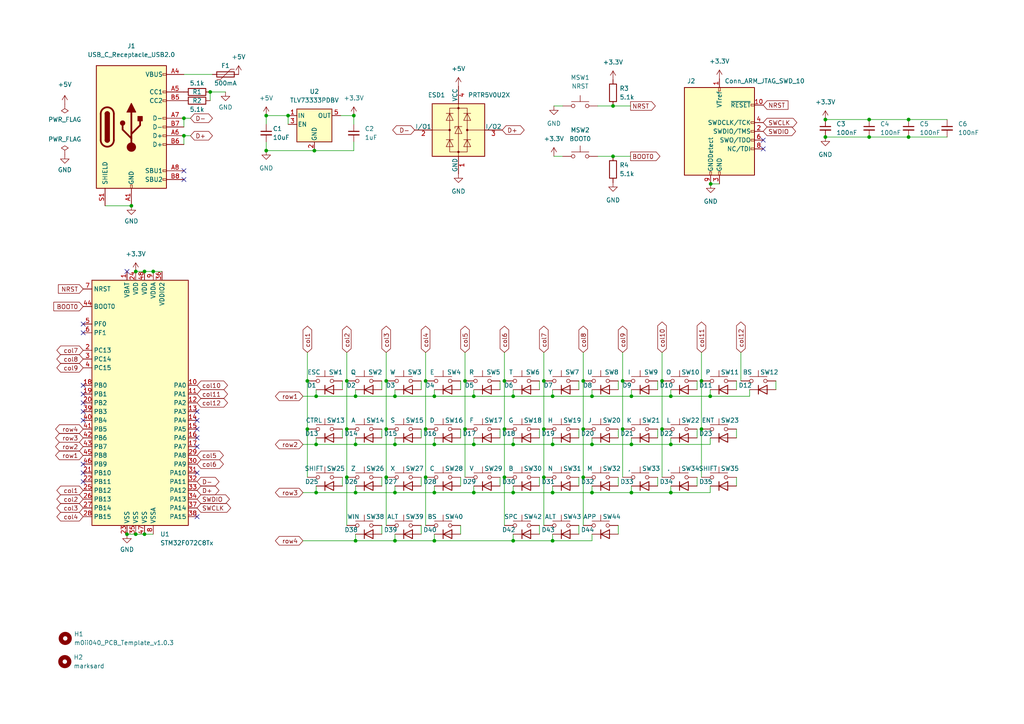
<source format=kicad_sch>
(kicad_sch (version 20211123) (generator eeschema)
  (paper "A4")
  (title_block (title "m0ii040_rs") (date "2023-03-04") (rev "1.0.1"))
  (junction (at 177.8 30.734))
  (junction (at 53.34 39.37))
  (junction (at 103.124 142.875))
  (junction (at 252.095 34.671))
  (junction (at 125.984 128.905))
  (junction (at 114.554 114.935))
  (junction (at 41.91 78.74))
  (junction (at 148.844 156.845))
  (junction (at 169.164 124.46))
  (junction (at 102.616 33.528))
  (junction (at 160.274 142.875))
  (junction (at 148.844 114.935))
  (junction (at 60.96 26.67))
  (junction (at 148.844 128.905))
  (junction (at 171.704 142.875))
  (junction (at 183.134 142.875))
  (junction (at 83.566 33.528))
  (junction (at 192.024 110.49))
  (junction (at 206.121 53.34))
  (junction (at 89.154 124.46))
  (junction (at 205.994 114.935))
  (junction (at 134.874 124.46))
  (junction (at 103.124 128.905))
  (junction (at 157.734 110.49))
  (junction (at 137.414 114.935))
  (junction (at 103.124 114.935))
  (junction (at 194.564 142.875))
  (junction (at 146.304 124.46))
  (junction (at 160.274 156.845))
  (junction (at 137.414 128.905))
  (junction (at 192.024 124.46))
  (junction (at 112.014 124.46))
  (junction (at 239.395 34.671))
  (junction (at 157.734 138.43))
  (junction (at 177.8 45.339))
  (junction (at 114.554 128.905))
  (junction (at 160.274 114.935))
  (junction (at 125.984 156.845))
  (junction (at 103.124 156.845))
  (junction (at 112.014 110.49))
  (junction (at 77.216 33.528))
  (junction (at 183.134 128.905))
  (junction (at 125.984 114.935))
  (junction (at 123.444 110.49))
  (junction (at 112.014 138.43))
  (junction (at 114.554 156.845))
  (junction (at 38.1 59.69))
  (junction (at 180.594 124.46))
  (junction (at 169.164 110.49))
  (junction (at 171.704 114.935))
  (junction (at 39.37 154.94))
  (junction (at 44.45 78.74))
  (junction (at 91.694 142.875))
  (junction (at 39.37 78.74))
  (junction (at 114.554 142.875))
  (junction (at 252.095 39.751))
  (junction (at 171.704 128.905))
  (junction (at 100.584 110.49))
  (junction (at 53.34 34.29))
  (junction (at 263.525 39.751))
  (junction (at 263.525 34.671))
  (junction (at 36.83 154.94))
  (junction (at 123.444 138.43))
  (junction (at 183.134 114.935))
  (junction (at 91.694 114.935))
  (junction (at 77.216 43.688))
  (junction (at 91.694 128.905))
  (junction (at 100.584 124.46))
  (junction (at 146.304 110.49))
  (junction (at 194.564 114.935))
  (junction (at 148.844 142.875))
  (junction (at 125.984 142.875))
  (junction (at 169.164 138.43))
  (junction (at 160.274 128.905))
  (junction (at 137.414 142.875))
  (junction (at 146.304 138.43))
  (junction (at 91.186 43.688))
  (junction (at 123.444 124.46))
  (junction (at 134.874 110.49))
  (junction (at 194.564 128.905))
  (junction (at 157.734 124.46))
  (junction (at 203.454 110.49))
  (junction (at 89.154 110.49))
  (junction (at 203.454 124.46))
  (junction (at 41.91 154.94))
  (junction (at 180.594 110.49))
  (junction (at 239.395 39.751))
  (junction (at 100.584 138.43))
  (no_connect (at 57.15 121.92))
  (no_connect (at 57.15 127))
  (no_connect (at 57.15 129.54))
  (no_connect (at 221.361 40.64))
  (no_connect (at 24.13 93.98))
  (no_connect (at 24.13 139.7))
  (no_connect (at 24.13 121.92))
  (no_connect (at 24.13 116.84))
  (no_connect (at 24.13 96.52))
  (no_connect (at 57.15 149.86))
  (no_connect (at 57.15 137.16))
  (no_connect (at 36.83 78.74))
  (no_connect (at 24.13 134.62))
  (no_connect (at 24.13 119.38))
  (no_connect (at 221.361 43.18))
  (no_connect (at 24.13 114.3))
  (no_connect (at 57.15 124.46))
  (no_connect (at 57.15 119.38))
  (no_connect (at 24.13 111.76))
  (no_connect (at 24.13 137.16))
  (no_connect (at 53.34 52.07))
  (no_connect (at 53.34 49.53))
  (wire (pts (xy 203.454 124.46) (xy 203.454 138.43)))
  (wire (pts (xy 145.034 138.43) (xy 145.034 140.97)))
  (wire (pts (xy 91.694 142.875) (xy 103.124 142.875)))
  (wire (pts (xy 205.994 114.935) (xy 217.424 114.935)))
  (wire (pts (xy 205.994 140.97) (xy 205.994 142.875)))
  (wire (pts (xy 87.884 142.875) (xy 91.694 142.875)))
  (wire (pts (xy 148.844 156.845) (xy 160.274 156.845)))
  (wire (pts (xy 134.874 124.46) (xy 134.874 138.43)))
  (wire (pts (xy 103.124 113.03) (xy 103.124 114.935)))
  (wire (pts (xy 134.874 102.235) (xy 134.874 110.49)))
  (wire (pts (xy 114.554 142.875) (xy 125.984 142.875)))
  (wire (pts (xy 148.844 154.94) (xy 148.844 156.845)))
  (wire (pts (xy 112.014 102.235) (xy 112.014 110.49)))
  (wire (pts (xy 171.704 114.935) (xy 183.134 114.935)))
  (wire (pts (xy 179.324 138.43) (xy 179.324 140.97)))
  (wire (pts (xy 87.884 114.935) (xy 91.694 114.935)))
  (wire (pts (xy 112.014 110.49) (xy 112.014 124.46)))
  (wire (pts (xy 157.734 124.46) (xy 157.734 138.43)))
  (wire (pts (xy 183.134 114.935) (xy 194.564 114.935)))
  (wire (pts (xy 123.444 124.46) (xy 123.444 138.43)))
  (wire (pts (xy 213.614 110.49) (xy 213.614 113.03)))
  (wire (pts (xy 213.614 138.43) (xy 213.614 140.97)))
  (wire (pts (xy 263.525 34.671) (xy 274.701 34.671)))
  (wire (pts (xy 100.584 138.43) (xy 100.584 152.4)))
  (wire (pts (xy 87.884 128.905) (xy 91.694 128.905)))
  (wire (pts (xy 110.744 138.43) (xy 110.744 140.97)))
  (wire (pts (xy 177.8 30.734) (xy 182.88 30.734)))
  (wire (pts (xy 77.216 36.068) (xy 77.216 33.528)))
  (wire (pts (xy 53.34 34.29) (xy 53.34 36.83)))
  (wire (pts (xy 123.444 138.43) (xy 123.444 152.4)))
  (wire (pts (xy 183.134 140.97) (xy 183.134 142.875)))
  (wire (pts (xy 99.314 138.43) (xy 99.314 140.97)))
  (wire (pts (xy 252.095 34.671) (xy 263.525 34.671)))
  (wire (pts (xy 205.994 127) (xy 205.994 128.905)))
  (wire (pts (xy 194.564 127) (xy 194.564 128.905)))
  (wire (pts (xy 41.91 154.94) (xy 44.45 154.94)))
  (wire (pts (xy 157.734 102.235) (xy 157.734 110.49)))
  (wire (pts (xy 167.894 110.49) (xy 167.894 113.03)))
  (wire (pts (xy 125.984 114.935) (xy 137.414 114.935)))
  (wire (pts (xy 103.124 127) (xy 103.124 128.905)))
  (wire (pts (xy 192.024 124.46) (xy 192.024 138.43)))
  (wire (pts (xy 125.984 128.905) (xy 137.414 128.905)))
  (wire (pts (xy 225.044 110.49) (xy 225.044 113.03)))
  (wire (pts (xy 91.694 127) (xy 91.694 128.905)))
  (wire (pts (xy 179.324 124.46) (xy 179.324 127)))
  (wire (pts (xy 156.464 110.49) (xy 156.464 113.03)))
  (wire (pts (xy 148.844 114.935) (xy 160.274 114.935)))
  (wire (pts (xy 122.174 138.43) (xy 122.174 140.97)))
  (wire (pts (xy 160.274 113.03) (xy 160.274 114.935)))
  (wire (pts (xy 103.124 140.97) (xy 103.124 142.875)))
  (wire (pts (xy 137.414 114.935) (xy 148.844 114.935)))
  (wire (pts (xy 180.594 110.49) (xy 180.594 124.46)))
  (wire (pts (xy 171.704 128.905) (xy 183.134 128.905)))
  (wire (pts (xy 171.704 142.875) (xy 183.134 142.875)))
  (wire (pts (xy 77.216 43.688) (xy 77.216 41.148)))
  (wire (pts (xy 137.414 140.97) (xy 137.414 142.875)))
  (wire (pts (xy 146.304 110.49) (xy 146.304 124.46)))
  (wire (pts (xy 202.184 110.49) (xy 202.184 113.03)))
  (wire (pts (xy 252.095 39.751) (xy 263.525 39.751)))
  (wire (pts (xy 89.154 110.49) (xy 89.154 124.46)))
  (wire (pts (xy 146.304 124.46) (xy 146.304 138.43)))
  (wire (pts (xy 169.164 110.49) (xy 169.164 124.46)))
  (wire (pts (xy 112.014 138.43) (xy 112.014 152.4)))
  (wire (pts (xy 157.734 138.43) (xy 157.734 152.4)))
  (wire (pts (xy 167.894 152.4) (xy 167.894 154.94)))
  (wire (pts (xy 137.414 142.875) (xy 148.844 142.875)))
  (wire (pts (xy 89.154 102.235) (xy 89.154 110.49)))
  (wire (pts (xy 102.616 41.148) (xy 102.616 43.688)))
  (wire (pts (xy 100.584 110.49) (xy 100.584 124.46)))
  (wire (pts (xy 194.564 128.905) (xy 205.994 128.905)))
  (wire (pts (xy 110.744 124.46) (xy 110.744 127)))
  (wire (pts (xy 98.806 33.528) (xy 102.616 33.528)))
  (wire (pts (xy 145.034 124.46) (xy 145.034 127)))
  (wire (pts (xy 83.566 33.528) (xy 83.566 36.068)))
  (wire (pts (xy 157.734 110.49) (xy 157.734 124.46)))
  (wire (pts (xy 177.8 45.339) (xy 182.88 45.339)))
  (wire (pts (xy 169.164 102.235) (xy 169.164 110.49)))
  (wire (pts (xy 173.355 30.734) (xy 177.8 30.734)))
  (wire (pts (xy 160.274 127) (xy 160.274 128.905)))
  (wire (pts (xy 190.754 138.43) (xy 190.754 140.97)))
  (wire (pts (xy 39.37 154.94) (xy 41.91 154.94)))
  (wire (pts (xy 217.424 113.03) (xy 217.424 114.935)))
  (wire (pts (xy 202.184 138.43) (xy 202.184 140.97)))
  (wire (pts (xy 77.216 33.528) (xy 83.566 33.528)))
  (wire (pts (xy 156.464 152.4) (xy 156.464 154.94)))
  (wire (pts (xy 53.34 39.37) (xy 55.245 39.37)))
  (wire (pts (xy 125.984 156.845) (xy 148.844 156.845)))
  (wire (pts (xy 160.655 45.339) (xy 163.195 45.339)))
  (wire (pts (xy 194.564 114.935) (xy 205.994 114.935)))
  (wire (pts (xy 133.604 152.4) (xy 133.604 154.94)))
  (wire (pts (xy 160.274 114.935) (xy 171.704 114.935)))
  (wire (pts (xy 114.554 127) (xy 114.554 128.905)))
  (wire (pts (xy 160.274 140.97) (xy 160.274 142.875)))
  (wire (pts (xy 103.124 114.935) (xy 114.554 114.935)))
  (wire (pts (xy 190.754 124.46) (xy 190.754 127)))
  (wire (pts (xy 263.525 39.751) (xy 274.701 39.751)))
  (wire (pts (xy 125.984 113.03) (xy 125.984 114.935)))
  (wire (pts (xy 103.124 154.94) (xy 103.124 156.845)))
  (wire (pts (xy 44.45 78.74) (xy 46.99 78.74)))
  (wire (pts (xy 203.454 102.235) (xy 203.454 110.49)))
  (wire (pts (xy 60.96 26.67) (xy 60.96 29.21)))
  (wire (pts (xy 192.024 102.235) (xy 192.024 110.49)))
  (wire (pts (xy 112.014 124.46) (xy 112.014 138.43)))
  (wire (pts (xy 103.124 128.905) (xy 114.554 128.905)))
  (wire (pts (xy 137.414 128.905) (xy 148.844 128.905)))
  (wire (pts (xy 171.704 140.97) (xy 171.704 142.875)))
  (wire (pts (xy 183.134 127) (xy 183.134 128.905)))
  (wire (pts (xy 60.96 26.67) (xy 65.405 26.67)))
  (wire (pts (xy 41.91 78.74) (xy 44.45 78.74)))
  (wire (pts (xy 148.844 128.905) (xy 160.274 128.905)))
  (wire (pts (xy 146.304 102.235) (xy 146.304 110.49)))
  (wire (pts (xy 99.314 124.46) (xy 99.314 127)))
  (wire (pts (xy 114.554 154.94) (xy 114.554 156.845)))
  (wire (pts (xy 156.464 124.46) (xy 156.464 127)))
  (wire (pts (xy 87.884 156.845) (xy 103.124 156.845)))
  (wire (pts (xy 99.314 110.49) (xy 99.314 113.03)))
  (wire (pts (xy 125.984 142.875) (xy 137.414 142.875)))
  (wire (pts (xy 133.604 110.49) (xy 133.604 113.03)))
  (wire (pts (xy 91.694 113.03) (xy 91.694 114.935)))
  (wire (pts (xy 194.564 142.875) (xy 205.994 142.875)))
  (wire (pts (xy 137.414 113.03) (xy 137.414 114.935)))
  (wire (pts (xy 53.34 21.59) (xy 61.595 21.59)))
  (wire (pts (xy 133.604 124.46) (xy 133.604 127)))
  (wire (pts (xy 183.134 113.03) (xy 183.134 114.935)))
  (wire (pts (xy 39.37 78.74) (xy 41.91 78.74)))
  (wire (pts (xy 110.744 110.49) (xy 110.744 113.03)))
  (wire (pts (xy 122.174 110.49) (xy 122.174 113.03)))
  (wire (pts (xy 214.884 102.235) (xy 214.884 110.49)))
  (wire (pts (xy 171.704 127) (xy 171.704 128.905)))
  (wire (pts (xy 100.584 124.46) (xy 100.584 138.43)))
  (wire (pts (xy 239.395 39.751) (xy 252.095 39.751)))
  (wire (pts (xy 213.614 124.46) (xy 213.614 127)))
  (wire (pts (xy 114.554 140.97) (xy 114.554 142.875)))
  (wire (pts (xy 145.034 110.49) (xy 145.034 113.03)))
  (wire (pts (xy 134.874 110.49) (xy 134.874 124.46)))
  (wire (pts (xy 156.464 138.43) (xy 156.464 140.97)))
  (wire (pts (xy 53.34 34.29) (xy 55.245 34.29)))
  (wire (pts (xy 171.704 113.03) (xy 171.704 114.935)))
  (wire (pts (xy 173.355 45.339) (xy 177.8 45.339)))
  (wire (pts (xy 123.444 110.49) (xy 123.444 124.46)))
  (wire (pts (xy 190.754 110.49) (xy 190.754 113.03)))
  (wire (pts (xy 202.184 124.46) (xy 202.184 127)))
  (wire (pts (xy 133.604 138.43) (xy 133.604 140.97)))
  (wire (pts (xy 180.594 102.235) (xy 180.594 110.49)))
  (wire (pts (xy 91.694 140.97) (xy 91.694 142.875)))
  (wire (pts (xy 77.216 43.688) (xy 91.186 43.688)))
  (wire (pts (xy 103.124 156.845) (xy 114.554 156.845)))
  (wire (pts (xy 100.584 102.235) (xy 100.584 110.49)))
  (wire (pts (xy 110.744 152.4) (xy 110.744 154.94)))
  (wire (pts (xy 194.564 140.97) (xy 194.564 142.875)))
  (wire (pts (xy 179.324 110.49) (xy 179.324 113.03)))
  (wire (pts (xy 160.274 156.845) (xy 171.704 156.845)))
  (wire (pts (xy 146.304 138.43) (xy 146.304 152.4)))
  (wire (pts (xy 183.134 128.905) (xy 194.564 128.905)))
  (wire (pts (xy 179.324 152.4) (xy 179.324 154.94)))
  (wire (pts (xy 183.134 142.875) (xy 194.564 142.875)))
  (wire (pts (xy 160.274 128.905) (xy 171.704 128.905)))
  (wire (pts (xy 167.894 124.46) (xy 167.894 127)))
  (wire (pts (xy 160.655 30.734) (xy 163.195 30.734)))
  (wire (pts (xy 160.274 154.94) (xy 160.274 156.845)))
  (wire (pts (xy 206.121 53.34) (xy 208.661 53.34)))
  (wire (pts (xy 89.154 124.46) (xy 89.154 138.43)))
  (wire (pts (xy 194.564 113.03) (xy 194.564 114.935)))
  (wire (pts (xy 148.844 142.875) (xy 160.274 142.875)))
  (wire (pts (xy 239.395 34.671) (xy 252.095 34.671)))
  (wire (pts (xy 148.844 140.97) (xy 148.844 142.875)))
  (wire (pts (xy 169.164 124.46) (xy 169.164 138.43)))
  (wire (pts (xy 114.554 128.905) (xy 125.984 128.905)))
  (wire (pts (xy 114.554 114.935) (xy 125.984 114.935)))
  (wire (pts (xy 123.444 102.235) (xy 123.444 110.49)))
  (wire (pts (xy 167.894 138.43) (xy 167.894 140.97)))
  (wire (pts (xy 169.164 138.43) (xy 169.164 152.4)))
  (wire (pts (xy 180.594 124.46) (xy 180.594 138.43)))
  (wire (pts (xy 114.554 156.845) (xy 125.984 156.845)))
  (wire (pts (xy 114.554 113.03) (xy 114.554 114.935)))
  (wire (pts (xy 53.34 39.37) (xy 53.34 41.91)))
  (wire (pts (xy 192.024 110.49) (xy 192.024 124.46)))
  (wire (pts (xy 160.274 142.875) (xy 171.704 142.875)))
  (wire (pts (xy 36.83 154.94) (xy 39.37 154.94)))
  (wire (pts (xy 122.174 124.46) (xy 122.174 127)))
  (wire (pts (xy 203.454 110.49) (xy 203.454 124.46)))
  (wire (pts (xy 30.48 59.69) (xy 38.1 59.69)))
  (wire (pts (xy 125.984 154.94) (xy 125.984 156.845)))
  (wire (pts (xy 148.844 127) (xy 148.844 128.905)))
  (wire (pts (xy 205.994 113.03) (xy 205.994 114.935)))
  (wire (pts (xy 125.984 127) (xy 125.984 128.905)))
  (wire (pts (xy 91.694 114.935) (xy 103.124 114.935)))
  (wire (pts (xy 137.414 127) (xy 137.414 128.905)))
  (wire (pts (xy 103.124 142.875) (xy 114.554 142.875)))
  (wire (pts (xy 148.844 113.03) (xy 148.844 114.935)))
  (wire (pts (xy 102.616 33.528) (xy 102.616 36.068)))
  (wire (pts (xy 91.694 128.905) (xy 103.124 128.905)))
  (wire (pts (xy 91.186 43.688) (xy 102.616 43.688)))
  (wire (pts (xy 122.174 152.4) (xy 122.174 154.94)))
  (wire (pts (xy 125.984 140.97) (xy 125.984 142.875)))
  (wire (pts (xy 171.704 154.94) (xy 171.704 156.845)))
  (global_label "col3" (shape bidirectional) (at 112.014 102.235 90) (property "Intersheet References" "${INTERSHEET_REFS}" (effects hide)))
  (global_label "NRST" (shape input) (at 221.361 30.48 0) (property "Intersheet References" "${INTERSHEET_REFS}" (effects hide)))
  (global_label "D-" (shape bidirectional) (at 55.245 34.29 0) (property "Intersheet References" "${INTERSHEET_REFS}" (effects hide)))
  (global_label "col11" (shape bidirectional) (at 203.454 102.235 90) (property "Intersheet References" "${INTERSHEET_REFS}" (effects hide)))
  (global_label "col4" (shape bidirectional) (at 24.13 149.86 180) (property "Intersheet References" "${INTERSHEET_REFS}" (effects hide)))
  (global_label "col5" (shape bidirectional) (at 134.874 102.235 90) (property "Intersheet References" "${INTERSHEET_REFS}" (effects hide)))
  (global_label "D+" (shape bidirectional) (at 55.245 39.37 0) (property "Intersheet References" "${INTERSHEET_REFS}" (effects hide)))
  (global_label "row2" (shape bidirectional) (at 87.884 128.905 180) (property "Intersheet References" "${INTERSHEET_REFS}" (effects hide)))
  (global_label "SWCLK" (shape bidirectional) (at 221.361 35.56 0) (property "Intersheet References" "${INTERSHEET_REFS}" (effects hide)))
  (global_label "NRST" (shape output) (at 182.88 30.734 0) (property "Intersheet References" "${INTERSHEET_REFS}" (effects hide)))
  (global_label "col10" (shape bidirectional) (at 57.15 111.76 0) (property "Intersheet References" "${INTERSHEET_REFS}" (effects hide)))
  (global_label "row2" (shape bidirectional) (at 24.13 129.54 180) (property "Intersheet References" "${INTERSHEET_REFS}" (effects hide)))
  (global_label "row4" (shape bidirectional) (at 87.884 156.845 180) (property "Intersheet References" "${INTERSHEET_REFS}" (effects hide)))
  (global_label "col2" (shape bidirectional) (at 100.584 102.235 90) (property "Intersheet References" "${INTERSHEET_REFS}" (effects hide)))
  (global_label "row4" (shape bidirectional) (at 24.13 124.46 180) (property "Intersheet References" "${INTERSHEET_REFS}" (effects hide)))
  (global_label "col8" (shape bidirectional) (at 24.13 104.14 180) (property "Intersheet References" "${INTERSHEET_REFS}" (effects hide)))
  (global_label "SWCLK" (shape bidirectional) (at 57.15 147.32 0) (property "Intersheet References" "${INTERSHEET_REFS}" (effects hide)))
  (global_label "NRST" (shape input) (at 24.13 83.82 180) (property "Intersheet References" "${INTERSHEET_REFS}" (effects hide)))
  (global_label "col4" (shape bidirectional) (at 123.444 102.235 90) (property "Intersheet References" "${INTERSHEET_REFS}" (effects hide)))
  (global_label "row3" (shape bidirectional) (at 24.13 127 180) (property "Intersheet References" "${INTERSHEET_REFS}" (effects hide)))
  (global_label "row3" (shape bidirectional) (at 87.884 142.875 180) (property "Intersheet References" "${INTERSHEET_REFS}" (effects hide)))
  (global_label "col5" (shape bidirectional) (at 57.15 132.08 0) (property "Intersheet References" "${INTERSHEET_REFS}" (effects hide)))
  (global_label "col12" (shape bidirectional) (at 57.15 116.84 0) (property "Intersheet References" "${INTERSHEET_REFS}" (effects hide)))
  (global_label "row1" (shape bidirectional) (at 24.13 132.08 180) (property "Intersheet References" "${INTERSHEET_REFS}" (effects hide)))
  (global_label "col7" (shape bidirectional) (at 157.734 102.235 90) (property "Intersheet References" "${INTERSHEET_REFS}" (effects hide)))
  (global_label "col9" (shape bidirectional) (at 24.13 106.68 180) (property "Intersheet References" "${INTERSHEET_REFS}" (effects hide)))
  (global_label "BOOT0" (shape input) (at 24.13 88.9 180) (property "Intersheet References" "${INTERSHEET_REFS}" (effects hide)))
  (global_label "BOOT0" (shape output) (at 182.88 45.339 0) (property "Intersheet References" "${INTERSHEET_REFS}" (effects hide)))
  (global_label "col11" (shape bidirectional) (at 57.15 114.3 0) (property "Intersheet References" "${INTERSHEET_REFS}" (effects hide)))
  (global_label "SWDIO" (shape bidirectional) (at 221.361 38.1 0) (property "Intersheet References" "${INTERSHEET_REFS}" (effects hide)))
  (global_label "D-" (shape bidirectional) (at 57.15 139.7 0) (property "Intersheet References" "${INTERSHEET_REFS}" (effects hide)))
  (global_label "D+" (shape bidirectional) (at 145.669 37.719 0) (property "Intersheet References" "${INTERSHEET_REFS}" (effects hide)))
  (global_label "row1" (shape bidirectional) (at 87.884 114.935 180) (property "Intersheet References" "${INTERSHEET_REFS}" (effects hide)))
  (global_label "col8" (shape bidirectional) (at 169.164 102.235 90) (property "Intersheet References" "${INTERSHEET_REFS}" (effects hide)))
  (global_label "col1" (shape bidirectional) (at 24.13 142.24 180) (property "Intersheet References" "${INTERSHEET_REFS}" (effects hide)))
  (global_label "col1" (shape bidirectional) (at 89.154 102.235 90) (property "Intersheet References" "${INTERSHEET_REFS}" (effects hide)))
  (global_label "col12" (shape bidirectional) (at 214.884 102.235 90) (property "Intersheet References" "${INTERSHEET_REFS}" (effects hide)))
  (global_label "col2" (shape bidirectional) (at 24.13 144.78 180) (property "Intersheet References" "${INTERSHEET_REFS}" (effects hide)))
  (global_label "col10" (shape bidirectional) (at 192.024 102.235 90) (property "Intersheet References" "${INTERSHEET_REFS}" (effects hide)))
  (global_label "col9" (shape bidirectional) (at 180.594 102.235 90) (property "Intersheet References" "${INTERSHEET_REFS}" (effects hide)))
  (global_label "col3" (shape bidirectional) (at 24.13 147.32 180) (property "Intersheet References" "${INTERSHEET_REFS}" (effects hide)))
  (global_label "col6" (shape bidirectional) (at 146.304 102.235 90) (property "Intersheet References" "${INTERSHEET_REFS}" (effects hide)))
  (global_label "D-" (shape bidirectional) (at 120.269 37.719 180) (property "Intersheet References" "${INTERSHEET_REFS}" (effects hide)))
  (global_label "D+" (shape bidirectional) (at 57.15 142.24 0) (property "Intersheet References" "${INTERSHEET_REFS}" (effects hide)))
  (global_label "col7" (shape bidirectional) (at 24.13 101.6 180) (property "Intersheet References" "${INTERSHEET_REFS}" (effects hide)))
  (global_label "SWDIO" (shape bidirectional) (at 57.15 144.78 0) (property "Intersheet References" "${INTERSHEET_REFS}" (effects hide)))
  (global_label "col6" (shape bidirectional) (at 57.15 134.62 0) (property "Intersheet References" "${INTERSHEET_REFS}" (effects hide)))
  (symbol (lib_id "Switch:SW_Push") (at 162.814 124.46 0) (unit 1)
    (property "Reference" "SW19" (at 165.989 121.92 0))
    (property "Value" "H" (at 159.639 121.92 0))
    (property "Footprint" "ai03.MX_Hotswap:MX-Hotswap-1U" (effects hide))
  )
  (symbol (lib_id "Switch:SW_Push") (at 151.384 138.43 0) (unit 1)
    (property "Reference" "SW30" (at 154.559 135.89 0))
    (property "Value" "B" (at 148.209 135.89 0))
    (property "Footprint" "ai03.MX_Hotswap:MX-Hotswap-1U" (effects hide))
  )
  (symbol (lib_id "Diode:1N4148W") (at 106.934 113.03 0) (unit 1)
    (property "Reference" "D2" (at 101.854 111.76 0))
    (property "Value" "D" (effects hide))
    (property "Footprint" "Diode_SMD:D_SOD-123" (effects hide))
    (property "Datasheet" "https://www.vishay.com/docs/85748/1n4148w.pdf" (effects hide))
    (property "LCSC" "C81598" (effects hide))
  )
  (symbol (lib_id "Diode:1N4148W") (at 198.374 127 0) (unit 1)
    (property "Reference" "D22" (at 193.294 125.73 0))
    (property "Value" "D" (effects hide))
    (property "Footprint" "Diode_SMD:D_SOD-123" (effects hide))
    (property "Datasheet" "https://www.vishay.com/docs/85748/1n4148w.pdf" (effects hide))
    (property "LCSC" "C81598" (effects hide))
  )
  (symbol (lib_id "Switch:SW_Push") (at 168.275 30.734 0) (unit 1)
    (property "Reference" "MSW1" (at 168.275 22.479 0))
    (property "Value" "NRST" (at 168.275 25.019 0))
    (property "Footprint" "Marksard_Keyboard:TVBP06-B043CB" (effects hide))
  )
  (symbol (lib_id "Switch:SW_Push") (at 208.534 138.43 0) (unit 1)
    (property "Reference" "SW35" (at 211.709 135.89 0))
    (property "Value" "SHIFT" (at 205.359 135.89 0))
    (property "Footprint" "ai03.MX_Hotswap:MX-Hotswap-1.25U" (effects hide))
  )
  (symbol (lib_id "Switch:SW_Push") (at 197.104 138.43 0) (unit 1)
    (property "Reference" "SW34" (at 200.279 135.89 0))
    (property "Value" "." (at 193.929 135.89 0))
    (property "Footprint" "ai03.MX_Hotswap:MX-Hotswap-1U" (effects hide))
  )
  (symbol (lib_id "Diode:1N4148W") (at 118.364 113.03 0) (unit 1)
    (property "Reference" "D3" (at 113.284 111.76 0))
    (property "Value" "D" (effects hide))
    (property "Footprint" "Diode_SMD:D_SOD-123" (effects hide))
    (property "Datasheet" "https://www.vishay.com/docs/85748/1n4148w.pdf" (effects hide))
    (property "LCSC" "C81598" (effects hide))
  )
  (symbol (lib_id "Diode:1N4148W") (at 164.084 127 0) (unit 1)
    (property "Reference" "D19" (at 159.004 125.73 0))
    (property "Value" "D" (effects hide))
    (property "Footprint" "Diode_SMD:D_SOD-123" (effects hide))
    (property "Datasheet" "https://www.vishay.com/docs/85748/1n4148w.pdf" (effects hide))
    (property "LCSC" "C81598" (effects hide))
  )
  (symbol (lib_id "power:GND") (at 132.969 50.419 0) (unit 1)
    (property "Reference" "#PWR012" (effects hide))
    (property "Value" "GND" (at 132.969 55.499 0))
  )
  (symbol (lib_id "Switch:SW_Push") (at 139.954 124.46 0) (unit 1)
    (property "Reference" "SW17" (at 143.129 121.92 0))
    (property "Value" "F" (at 136.779 121.92 0))
    (property "Footprint" "ai03.MX_Hotswap:MX-Hotswap-1U" (effects hide))
  )
  (symbol (lib_id "power:GND") (at 38.1 59.69 0) (unit 1)
    (property "Reference" "#PWR04" (effects hide))
    (property "Value" "GND" (at 38.1 64.135 0))
  )
  (symbol (lib_id "Switch:SW_Push") (at 128.524 110.49 0) (unit 1)
    (property "Reference" "SW4" (at 131.699 107.95 0))
    (property "Value" "E" (at 125.349 107.95 0))
    (property "Footprint" "ai03.MX_Hotswap:MX-Hotswap-1U" (effects hide))
  )
  (symbol (lib_id "Diode:1N4148W") (at 175.514 113.03 0) (unit 1)
    (property "Reference" "D8" (at 170.434 111.76 0))
    (property "Value" "D" (effects hide))
    (property "Footprint" "Diode_SMD:D_SOD-123" (effects hide))
    (property "Datasheet" "https://www.vishay.com/docs/85748/1n4148w.pdf" (effects hide))
    (property "LCSC" "C81598" (effects hide))
  )
  (symbol (lib_id "Diode:1N4148W") (at 129.794 113.03 0) (unit 1)
    (property "Reference" "D4" (at 124.714 111.76 0))
    (property "Value" "D" (effects hide))
    (property "Footprint" "Diode_SMD:D_SOD-123" (effects hide))
    (property "Datasheet" "https://www.vishay.com/docs/85748/1n4148w.pdf" (effects hide))
    (property "LCSC" "C81598" (effects hide))
  )
  (symbol (lib_id "Switch:SW_Push") (at 185.674 110.49 0) (unit 1)
    (property "Reference" "SW9" (at 188.849 107.95 0))
    (property "Value" "I" (at 182.499 107.95 0))
    (property "Footprint" "ai03.MX_Hotswap:MX-Hotswap-1U" (effects hide))
  )
  (symbol (lib_id "Switch:SW_Push") (at 117.094 152.4 0) (unit 1)
    (property "Reference" "SW39" (at 120.269 149.86 0))
    (property "Value" "ALT" (at 113.919 149.86 0))
    (property "Footprint" "ai03.MX_Hotswap:MX-Hotswap-1.25U" (effects hide))
  )
  (symbol (lib_id "Diode:1N4148W") (at 106.934 127 0) (unit 1)
    (property "Reference" "D14" (at 101.854 125.73 0))
    (property "Value" "D" (effects hide))
    (property "Footprint" "Diode_SMD:D_SOD-123" (effects hide))
    (property "Datasheet" "https://www.vishay.com/docs/85748/1n4148w.pdf" (effects hide))
    (property "LCSC" "C81598" (effects hide))
  )
  (symbol (lib_id "Diode:1N4148W") (at 141.224 140.97 0) (unit 1)
    (property "Reference" "D29" (at 136.144 139.7 0))
    (property "Value" "D" (effects hide))
    (property "Footprint" "Diode_SMD:D_SOD-123" (effects hide))
    (property "Datasheet" "https://www.vishay.com/docs/85748/1n4148w.pdf" (effects hide))
    (property "LCSC" "C81598" (effects hide))
  )
  (symbol (lib_id "Diode:1N4148W") (at 152.654 127 0) (unit 1)
    (property "Reference" "D18" (at 147.574 125.73 0))
    (property "Value" "D" (effects hide))
    (property "Footprint" "Diode_SMD:D_SOD-123" (effects hide))
    (property "Datasheet" "https://www.vishay.com/docs/85748/1n4148w.pdf" (effects hide))
    (property "LCSC" "C81598" (effects hide))
  )
  (symbol (lib_id "Regulator_Linear:TLV73333PDBV") (at 91.186 36.068 0) (unit 1)
    (property "Reference" "U2" (at 91.186 26.543 0))
    (property "Value" "TLV73333PDBV" (at 91.186 29.083 0))
    (property "Footprint" "Package_TO_SOT_SMD:SOT-23-5" (effects hide))
    (property "Datasheet" "http://www.ti.com/lit/ds/symlink/tlv733p.pdf" (effects hide))
    (property "LCSC" "C134139" (effects hide))
  )
  (symbol (lib_id "MCU_ST_STM32F0:STM32F072C8Tx") (at 41.91 116.84 0) (unit 1)
    (property "Reference" "U1" (at 46.4694 154.94 0) (effects (justify left)))
    (property "Value" "STM32F072C8Tx" (at 46.4694 157.48 0) (effects (justify left)))
    (property "Footprint" "Package_QFP:LQFP-48_7x7mm_P0.5mm" (effects hide))
    (property "Datasheet" "http://www.st.com/st-web-ui/static/active/en/resource/technical/document/datasheet/DM00090510.pdf" (effects hide))
    (property "LCSC" "C80488" (effects hide))
  )
  (symbol (lib_id "Switch:SW_Push") (at 174.244 152.4 0) (unit 1)
    (property "Reference" "SW44" (at 177.419 149.86 0))
    (property "Value" "APP" (at 171.069 149.86 0))
    (property "Footprint" "ai03.MX_Hotswap:MX-Hotswap-1U" (effects hide))
  )
  (symbol (lib_id "power:+3.3V") (at 102.616 33.528 0) (unit 1)
    (property "Reference" "#PWR010" (effects hide))
    (property "Value" "+3.3V" (at 102.616 28.448 0))
  )
  (symbol (lib_id "power:GND") (at 36.83 154.94 0) (unit 1)
    (property "Reference" "#PWR03" (effects hide))
    (property "Value" "GND" (at 36.83 159.385 0))
  )
  (symbol (lib_id "power:+3.3V") (at 160.655 45.339 0) (unit 1)
    (property "Reference" "#PWR014" (effects hide))
    (property "Value" "+3.3V" (at 160.655 40.259 0))
  )
  (symbol (lib_id "power:GND") (at 239.395 39.751 0) (unit 1)
    (property "Reference" "#PWR020" (effects hide))
    (property "Value" "GND" (at 239.395 44.831 0))
  )
  (symbol (lib_id "Device:R") (at 177.8 26.924 0) (unit 1)
    (property "Reference" "R3" (at 179.705 25.6539 0) (effects (justify left)))
    (property "Value" "5.1k" (at 179.705 28.1939 0) (effects (justify left)))
    (property "Footprint" "Resistor_SMD:R_0402_1005Metric" (effects hide))
  )
  (symbol (lib_id "Diode:1N4148W") (at 141.224 113.03 0) (unit 1)
    (property "Reference" "D5" (at 136.144 111.76 0))
    (property "Value" "D" (effects hide))
    (property "Footprint" "Diode_SMD:D_SOD-123" (effects hide))
    (property "Datasheet" "https://www.vishay.com/docs/85748/1n4148w.pdf" (effects hide))
    (property "LCSC" "C81598" (effects hide))
  )
  (symbol (lib_id "Diode:1N4148W") (at 209.804 127 0) (unit 1)
    (property "Reference" "D23" (at 204.724 125.73 0))
    (property "Value" "D" (effects hide))
    (property "Footprint" "Diode_SMD:D_SOD-123" (effects hide))
    (property "Datasheet" "https://www.vishay.com/docs/85748/1n4148w.pdf" (effects hide))
    (property "LCSC" "C81598" (effects hide))
  )
  (symbol (lib_id "Device:R") (at 57.15 29.21 90) (unit 1)
    (property "Reference" "R2" (at 57.15 29.21 90))
    (property "Value" "5.1k" (at 57.15 31.75 90))
    (property "Footprint" "Resistor_SMD:R_0603_1608Metric" (effects hide))
  )
  (symbol (lib_id "Diode:1N4148W") (at 186.944 140.97 0) (unit 1)
    (property "Reference" "D33" (at 181.864 139.7 0))
    (property "Value" "D" (effects hide))
    (property "Footprint" "Diode_SMD:D_SOD-123" (effects hide))
    (property "Datasheet" "https://www.vishay.com/docs/85748/1n4148w.pdf" (effects hide))
    (property "LCSC" "C81598" (effects hide))
  )
  (symbol (lib_id "Diode:1N4148W") (at 209.804 140.97 0) (unit 1)
    (property "Reference" "D35" (at 204.724 139.7 0))
    (property "Value" "D" (effects hide))
    (property "Footprint" "Diode_SMD:D_SOD-123" (effects hide))
    (property "Datasheet" "https://www.vishay.com/docs/85748/1n4148w.pdf" (effects hide))
    (property "LCSC" "C81598" (effects hide))
  )
  (symbol (lib_id "Switch:SW_Push") (at 185.674 138.43 0) (unit 1)
    (property "Reference" "SW33" (at 188.849 135.89 0))
    (property "Value" "," (at 182.499 135.89 0))
    (property "Footprint" "ai03.MX_Hotswap:MX-Hotswap-1U" (effects hide))
  )
  (symbol (lib_id "Diode:1N4148W") (at 164.084 113.03 0) (unit 1)
    (property "Reference" "D7" (at 159.004 111.76 0))
    (property "Value" "D" (effects hide))
    (property "Footprint" "Diode_SMD:D_SOD-123" (effects hide))
    (property "Datasheet" "https://www.vishay.com/docs/85748/1n4148w.pdf" (effects hide))
    (property "LCSC" "C81598" (effects hide))
  )
  (symbol (lib_id "Switch:SW_Push") (at 174.244 110.49 0) (unit 1)
    (property "Reference" "SW8" (at 177.419 107.95 0))
    (property "Value" "U" (at 171.069 107.95 0))
    (property "Footprint" "ai03.MX_Hotswap:MX-Hotswap-1U" (effects hide))
  )
  (symbol (lib_id "Diode:1N4148W") (at 209.804 113.03 0) (unit 1)
    (property "Reference" "D11" (at 204.724 111.76 0))
    (property "Value" "D" (effects hide))
    (property "Footprint" "Diode_SMD:D_SOD-123" (effects hide))
    (property "Datasheet" "https://www.vishay.com/docs/85748/1n4148w.pdf" (effects hide))
    (property "LCSC" "C81598" (effects hide))
  )
  (symbol (lib_id "Diode:1N4148W") (at 152.654 113.03 0) (unit 1)
    (property "Reference" "D6" (at 147.574 111.76 0))
    (property "Value" "D" (effects hide))
    (property "Footprint" "Diode_SMD:D_SOD-123" (effects hide))
    (property "Datasheet" "https://www.vishay.com/docs/85748/1n4148w.pdf" (effects hide))
    (property "LCSC" "C81598" (effects hide))
  )
  (symbol (lib_id "Switch:SW_Push") (at 117.094 110.49 0) (unit 1)
    (property "Reference" "SW3" (at 120.269 107.95 0))
    (property "Value" "W" (at 113.919 107.95 0))
    (property "Footprint" "ai03.MX_Hotswap:MX-Hotswap-1U" (effects hide))
  )
  (symbol (lib_id "Switch:SW_Push") (at 174.244 138.43 0) (unit 1)
    (property "Reference" "SW32" (at 177.419 135.89 0))
    (property "Value" "M" (at 171.069 135.89 0))
    (property "Footprint" "ai03.MX_Hotswap:MX-Hotswap-1U" (effects hide))
  )
  (symbol (lib_id "Switch:SW_Push") (at 168.275 45.339 0) (unit 1)
    (property "Reference" "MSW2" (at 168.275 37.719 0))
    (property "Value" "BOOT0" (at 168.275 40.259 0))
    (property "Footprint" "Marksard_Keyboard:TVBP06-B043CB" (effects hide))
  )
  (symbol (lib_id "Diode:1N4148W") (at 175.514 154.94 0) (unit 1)
    (property "Reference" "D44" (at 170.434 153.67 0))
    (property "Value" "D" (effects hide))
    (property "Footprint" "Diode_SMD:D_SOD-123" (effects hide))
    (property "Datasheet" "https://www.vishay.com/docs/85748/1n4148w.pdf" (effects hide))
    (property "LCSC" "C81598" (effects hide))
  )
  (symbol (lib_id "Mechanical:MountingHole") (at 18.923 185.166 0) (unit 1)
    (property "Reference" "H1" (at 21.463 183.8959 0) (effects (justify left)))
    (property "Value" "m0ii040_PCB_Template_v1.0.3" (at 21.463 186.4359 0) (effects (justify left)))
    (property "Footprint" "Marksard_Keyboard:m0ii040_PCB_Template_v1.0.3" (effects hide))
  )
  (symbol (lib_id "Diode:1N4148W") (at 175.514 127 0) (unit 1)
    (property "Reference" "D20" (at 170.434 125.73 0))
    (property "Value" "D" (effects hide))
    (property "Footprint" "Diode_SMD:D_SOD-123" (effects hide))
    (property "Datasheet" "https://www.vishay.com/docs/85748/1n4148w.pdf" (effects hide))
    (property "LCSC" "C81598" (effects hide))
  )
  (symbol (lib_id "Mechanical:MountingHole") (at 18.796 191.897 0) (unit 1)
    (property "Reference" "H2" (at 21.336 190.6269 0) (effects (justify left)))
    (property "Value" "marksard" (at 21.336 193.1669 0) (effects (justify left)))
    (property "Footprint" "Marksard_Keyboard:marksard_logo" (effects hide))
  )
  (symbol (lib_id "Diode:1N4148W") (at 129.794 127 0) (unit 1)
    (property "Reference" "D16" (at 124.714 125.73 0))
    (property "Value" "D" (effects hide))
    (property "Footprint" "Diode_SMD:D_SOD-123" (effects hide))
    (property "Datasheet" "https://www.vishay.com/docs/85748/1n4148w.pdf" (effects hide))
    (property "LCSC" "C81598" (effects hide))
  )
  (symbol (lib_id "Diode:1N4148W") (at 106.934 140.97 0) (unit 1)
    (property "Reference" "D26" (at 101.854 139.7 0))
    (property "Value" "D" (effects hide))
    (property "Footprint" "Diode_SMD:D_SOD-123" (effects hide))
    (property "Datasheet" "https://www.vishay.com/docs/85748/1n4148w.pdf" (effects hide))
    (property "LCSC" "C81598" (effects hide))
  )
  (symbol (lib_id "power:GND") (at 77.216 43.688 0) (unit 1)
    (property "Reference" "#PWR09" (effects hide))
    (property "Value" "GND" (at 77.216 48.768 0))
  )
  (symbol (lib_id "Diode:1N4148W") (at 129.794 154.94 0) (unit 1)
    (property "Reference" "D40" (at 124.714 153.67 0))
    (property "Value" "D" (effects hide))
    (property "Footprint" "Diode_SMD:D_SOD-123" (effects hide))
    (property "Datasheet" "https://www.vishay.com/docs/85748/1n4148w.pdf" (effects hide))
    (property "LCSC" "C81598" (effects hide))
  )
  (symbol (lib_id "Diode:1N4148W") (at 118.364 140.97 0) (unit 1)
    (property "Reference" "D27" (at 113.284 139.7 0))
    (property "Value" "D" (effects hide))
    (property "Footprint" "Diode_SMD:D_SOD-123" (effects hide))
    (property "Datasheet" "https://www.vishay.com/docs/85748/1n4148w.pdf" (effects hide))
    (property "LCSC" "C81598" (effects hide))
  )
  (symbol (lib_id "Connector:Conn_ARM_JTAG_SWD_10") (at 208.661 38.1 0) (unit 1)
    (property "Reference" "J2" (at 201.676 23.495 0) (effects (justify right)))
    (property "Value" "Conn_ARM_JTAG_SWD_10" (at 233.426 23.495 0) (effects (justify right)))
    (property "Footprint" "Connector_PinHeader_1.00mm:PinHeader_2x06_P1.00mm_Vertical" (effects hide))
    (property "Datasheet" "http://infocenter.arm.com/help/topic/com.arm.doc.ddi0314h/DDI0314H_coresight_components_trm.pdf" (effects hide))
  )
  (symbol (lib_id "power:+5V") (at 77.216 33.528 0) (unit 1)
    (property "Reference" "#PWR08" (effects hide))
    (property "Value" "+5V" (at 77.216 28.448 0))
  )
  (symbol (lib_id "Switch:SW_Push") (at 208.534 124.46 0) (unit 1)
    (property "Reference" "SW23" (at 211.709 121.92 0))
    (property "Value" "ENT" (at 205.359 121.92 0))
    (property "Footprint" "ai03.MX_Hotswap:MX-Hotswap-1.75U" (effects hide))
  )
  (symbol (lib_id "Diode:1N4148W") (at 152.654 140.97 0) (unit 1)
    (property "Reference" "D30" (at 147.574 139.7 0))
    (property "Value" "D" (effects hide))
    (property "Footprint" "Diode_SMD:D_SOD-123" (effects hide))
    (property "Datasheet" "https://www.vishay.com/docs/85748/1n4148w.pdf" (effects hide))
    (property "LCSC" "C81598" (effects hide))
  )
  (symbol (lib_id "Switch:SW_Push") (at 94.234 138.43 0) (unit 1)
    (property "Reference" "SW25" (at 97.409 135.89 0))
    (property "Value" "SHIFT" (at 91.059 135.89 0))
    (property "Footprint" "ai03.MX_Hotswap:MX-Hotswap-1.75U" (effects hide))
  )
  (symbol (lib_id "Switch:SW_Push") (at 128.524 124.46 0) (unit 1)
    (property "Reference" "SW16" (at 131.699 121.92 0))
    (property "Value" "D" (at 125.349 121.92 0))
    (property "Footprint" "ai03.MX_Hotswap:MX-Hotswap-1U" (effects hide))
  )
  (symbol (lib_id "Switch:SW_Push") (at 151.384 152.4 0) (unit 1)
    (property "Reference" "SW42" (at 154.559 149.86 0))
    (property "Value" "SPC" (at 148.209 149.86 0))
    (property "Footprint" "ai03.MX_Hotswap:MX-Hotswap-2.25U" (effects hide))
  )
  (symbol (lib_id "Diode:1N4148W") (at 106.934 154.94 0) (unit 1)
    (property "Reference" "D38" (at 101.854 153.67 0))
    (property "Value" "D" (effects hide))
    (property "Footprint" "Diode_SMD:D_SOD-123" (effects hide))
    (property "Datasheet" "https://www.vishay.com/docs/85748/1n4148w.pdf" (effects hide))
    (property "LCSC" "C81598" (effects hide))
  )
  (symbol (lib_id "power:GND") (at 18.796 44.831 0) (unit 1)
    (property "Reference" "#PWR02" (effects hide))
    (property "Value" "GND" (at 18.796 49.276 0))
  )
  (symbol (lib_id "power:+3.3V") (at 239.395 34.671 0) (unit 1)
    (property "Reference" "#PWR019" (effects hide))
    (property "Value" "+3.3V" (at 239.395 29.591 0))
  )
  (symbol (lib_id "Switch:SW_Push") (at 105.664 138.43 0) (unit 1)
    (property "Reference" "SW26" (at 108.839 135.89 0))
    (property "Value" "Z" (at 102.489 135.89 0))
    (property "Footprint" "ai03.MX_Hotswap:MX-Hotswap-1U" (effects hide))
  )
  (symbol (lib_id "Switch:SW_Push") (at 162.814 110.49 0) (unit 1)
    (property "Reference" "SW7" (at 165.989 107.95 0))
    (property "Value" "Y" (at 159.639 107.95 0))
    (property "Footprint" "ai03.MX_Hotswap:MX-Hotswap-1U" (effects hide))
  )
  (symbol (lib_id "power:GND") (at 177.8 52.959 0) (unit 1)
    (property "Reference" "#PWR016" (effects hide))
    (property "Value" "GND" (at 177.8 58.039 0))
  )
  (symbol (lib_id "Switch:SW_Push") (at 162.814 152.4 0) (unit 1)
    (property "Reference" "SW43" (at 165.989 149.86 0))
    (property "Value" "ALT" (at 159.639 149.86 0))
    (property "Footprint" "ai03.MX_Hotswap:MX-Hotswap-1.25U" (effects hide))
  )
  (symbol (lib_id "power:+3.3V") (at 177.8 23.114 0) (unit 1)
    (property "Reference" "#PWR015" (effects hide))
    (property "Value" "+3.3V" (at 177.8 18.034 0))
  )
  (symbol (lib_id "power:+5V") (at 18.796 30.226 0) (unit 1)
    (property "Reference" "#PWR01" (effects hide))
    (property "Value" "+5V" (at 18.796 24.511 0))
  )
  (symbol (lib_id "power:+3.3V") (at 39.37 78.74 0) (unit 1)
    (property "Reference" "#PWR05" (effects hide))
    (property "Value" "+3.3V" (at 39.37 73.66 0))
  )
  (symbol (lib_id "Diode:1N4148W") (at 95.504 127 0) (unit 1)
    (property "Reference" "D13" (at 90.424 125.73 0))
    (property "Value" "D" (effects hide))
    (property "Footprint" "Diode_SMD:D_SOD-123" (effects hide))
    (property "Datasheet" "https://www.vishay.com/docs/85748/1n4148w.pdf" (effects hide))
    (property "LCSC" "C81598" (effects hide))
  )
  (symbol (lib_id "Power_Protection:PRTR5V0U2X") (at 132.969 37.719 0) (unit 1)
    (property "Reference" "ESD1" (at 126.619 27.559 0))
    (property "Value" "PRTR5V0U2X" (at 141.859 27.559 0))
    (property "Footprint" "Package_TO_SOT_SMD:SOT-143" (effects hide))
    (property "Datasheet" "https://assets.nexperia.com/documents/data-sheet/PRTR5V0U2X.pdf" (effects hide))
    (property "LCSC" "C12333" (effects hide))
  )
  (symbol (lib_id "Diode:1N4148W") (at 164.084 154.94 0) (unit 1)
    (property "Reference" "D43" (at 159.004 153.67 0))
    (property "Value" "D" (effects hide))
    (property "Footprint" "Diode_SMD:D_SOD-123" (effects hide))
    (property "Datasheet" "https://www.vishay.com/docs/85748/1n4148w.pdf" (effects hide))
    (property "LCSC" "C81598" (effects hide))
  )
  (symbol (lib_id "Diode:1N4148W") (at 95.504 140.97 0) (unit 1)
    (property "Reference" "D25" (at 90.424 139.7 0))
    (property "Value" "D" (effects hide))
    (property "Footprint" "Diode_SMD:D_SOD-123" (effects hide))
    (property "Datasheet" "https://www.vishay.com/docs/85748/1n4148w.pdf" (effects hide))
    (property "LCSC" "C81598" (effects hide))
  )
  (symbol (lib_id "Device:C_Small") (at 274.701 37.211 0) (unit 1)
    (property "Reference" "C6" (at 277.876 35.9472 0) (effects (justify left)))
    (property "Value" "100nF" (at 277.876 38.4872 0) (effects (justify left)))
    (property "Footprint" "Capacitor_SMD:C_0402_1005Metric" (effects hide))
  )
  (symbol (lib_id "power:+5V") (at 132.969 25.019 0) (unit 1)
    (property "Reference" "#PWR011" (effects hide))
    (property "Value" "+5V" (at 132.969 19.939 0))
  )
  (symbol (lib_id "power:PWR_FLAG") (at 18.796 44.831 0) (unit 1)
    (property "Reference" "#FLG02" (effects hide))
    (property "Value" "PWR_FLAG" (at 18.796 40.386 0))
  )
  (symbol (lib_id "power:+3.3V") (at 208.661 22.86 0) (unit 1)
    (property "Reference" "#PWR018" (effects hide))
    (property "Value" "+3.3V" (at 208.661 17.78 0))
  )
  (symbol (lib_id "Switch:SW_Push") (at 219.964 110.49 0) (unit 1)
    (property "Reference" "SW12" (at 223.139 107.95 0))
    (property "Value" "BS" (at 216.789 107.95 0))
    (property "Footprint" "ai03.MX_Hotswap:MX-Hotswap-1U" (effects hide))
  )
  (symbol (lib_id "Switch:SW_Push") (at 128.524 138.43 0) (unit 1)
    (property "Reference" "SW28" (at 131.699 135.89 0))
    (property "Value" "C" (at 125.349 135.89 0))
    (property "Footprint" "ai03.MX_Hotswap:MX-Hotswap-1U" (effects hide))
  )
  (symbol (lib_id "Diode:1N4148W") (at 129.794 140.97 0) (unit 1)
    (property "Reference" "D28" (at 124.714 139.7 0))
    (property "Value" "D" (effects hide))
    (property "Footprint" "Diode_SMD:D_SOD-123" (effects hide))
    (property "Datasheet" "https://www.vishay.com/docs/85748/1n4148w.pdf" (effects hide))
    (property "LCSC" "C81598" (effects hide))
  )
  (symbol (lib_id "Device:R") (at 57.15 26.67 90) (unit 1)
    (property "Reference" "R1" (at 57.15 26.67 90))
    (property "Value" "5.1k" (at 57.15 24.13 90))
    (property "Footprint" "Resistor_SMD:R_0603_1608Metric" (effects hide))
  )
  (symbol (lib_id "Switch:SW_Push") (at 105.664 110.49 0) (unit 1)
    (property "Reference" "SW2" (at 108.839 107.95 0))
    (property "Value" "Q" (at 102.489 107.95 0))
    (property "Footprint" "ai03.MX_Hotswap:MX-Hotswap-1U" (effects hide))
  )
  (symbol (lib_id "Diode:1N4148W") (at 186.944 113.03 0) (unit 1)
    (property "Reference" "D9" (at 181.864 111.76 0))
    (property "Value" "D" (effects hide))
    (property "Footprint" "Diode_SMD:D_SOD-123" (effects hide))
    (property "Datasheet" "https://www.vishay.com/docs/85748/1n4148w.pdf" (effects hide))
    (property "LCSC" "C81598" (effects hide))
  )
  (symbol (lib_id "Diode:1N4148W") (at 95.504 113.03 0) (unit 1)
    (property "Reference" "D1" (at 90.424 111.76 0))
    (property "Value" "D" (effects hide))
    (property "Footprint" "Diode_SMD:D_SOD-123" (effects hide))
    (property "Datasheet" "https://www.vishay.com/docs/85748/1n4148w.pdf" (effects hide))
    (property "LCSC" "C81598" (effects hide))
  )
  (symbol (lib_id "Switch:SW_Push") (at 94.234 124.46 0) (unit 1)
    (property "Reference" "SW13" (at 97.409 121.92 0))
    (property "Value" "CTRL" (at 91.059 121.92 0))
    (property "Footprint" "ai03.MX_Hotswap:MX-Hotswap-1.25U" (effects hide))
  )
  (symbol (lib_id "Switch:SW_Push") (at 139.954 110.49 0) (unit 1)
    (property "Reference" "SW5" (at 143.129 107.95 0))
    (property "Value" "R" (at 136.779 107.95 0))
    (property "Footprint" "ai03.MX_Hotswap:MX-Hotswap-1U" (effects hide))
  )
  (symbol (lib_id "Device:C_Small") (at 263.525 37.211 0) (unit 1)
    (property "Reference" "C5" (at 266.7 35.9472 0) (effects (justify left)))
    (property "Value" "100nF" (at 266.7 38.4872 0) (effects (justify left)))
    (property "Footprint" "Capacitor_SMD:C_0402_1005Metric" (effects hide))
  )
  (symbol (lib_id "Switch:SW_Push") (at 139.954 138.43 0) (unit 1)
    (property "Reference" "SW29" (at 143.129 135.89 0))
    (property "Value" "V" (at 136.779 135.89 0))
    (property "Footprint" "ai03.MX_Hotswap:MX-Hotswap-1U" (effects hide))
  )
  (symbol (lib_id "Diode:1N4148W") (at 152.654 154.94 0) (unit 1)
    (property "Reference" "D42" (at 147.574 153.67 0))
    (property "Value" "D" (effects hide))
    (property "Footprint" "Diode_SMD:D_SOD-123" (effects hide))
    (property "Datasheet" "https://www.vishay.com/docs/85748/1n4148w.pdf" (effects hide))
    (property "LCSC" "C81598" (effects hide))
  )
  (symbol (lib_id "Switch:SW_Push") (at 105.664 124.46 0) (unit 1)
    (property "Reference" "SW14" (at 108.839 121.92 0))
    (property "Value" "A" (at 102.489 121.92 0))
    (property "Footprint" "ai03.MX_Hotswap:MX-Hotswap-1U" (effects hide))
  )
  (symbol (lib_id "Diode:1N4148W") (at 118.364 154.94 0) (unit 1)
    (property "Reference" "D39" (at 113.284 153.67 0))
    (property "Value" "D" (effects hide))
    (property "Footprint" "Diode_SMD:D_SOD-123" (effects hide))
    (property "Datasheet" "https://www.vishay.com/docs/85748/1n4148w.pdf" (effects hide))
    (property "LCSC" "C81598" (effects hide))
  )
  (symbol (lib_id "Diode:1N4148W") (at 164.084 140.97 0) (unit 1)
    (property "Reference" "D31" (at 159.004 139.7 0))
    (property "Value" "D" (effects hide))
    (property "Footprint" "Diode_SMD:D_SOD-123" (effects hide))
    (property "Datasheet" "https://www.vishay.com/docs/85748/1n4148w.pdf" (effects hide))
    (property "LCSC" "C81598" (effects hide))
  )
  (symbol (lib_id "Device:C_Small") (at 252.095 37.211 0) (unit 1)
    (property "Reference" "C4" (at 255.27 35.9472 0) (effects (justify left)))
    (property "Value" "100nF" (at 255.27 38.4872 0) (effects (justify left)))
    (property "Footprint" "Capacitor_SMD:C_0402_1005Metric" (effects hide))
  )
  (symbol (lib_id "Switch:SW_Push") (at 185.674 124.46 0) (unit 1)
    (property "Reference" "SW21" (at 188.849 121.92 0))
    (property "Value" "K" (at 182.499 121.92 0))
    (property "Footprint" "ai03.MX_Hotswap:MX-Hotswap-1U" (effects hide))
  )
  (symbol (lib_id "Switch:SW_Push") (at 197.104 124.46 0) (unit 1)
    (property "Reference" "SW22" (at 200.279 121.92 0))
    (property "Value" "L" (at 193.929 121.92 0))
    (property "Footprint" "ai03.MX_Hotswap:MX-Hotswap-1U" (effects hide))
  )
  (symbol (lib_id "Diode:1N4148W") (at 221.234 113.03 0) (unit 1)
    (property "Reference" "D12" (at 216.154 111.76 0))
    (property "Value" "D" (effects hide))
    (property "Footprint" "Diode_SMD:D_SOD-123" (effects hide))
    (property "Datasheet" "https://www.vishay.com/docs/85748/1n4148w.pdf" (effects hide))
    (property "LCSC" "C81598" (effects hide))
  )
  (symbol (lib_id "Switch:SW_Push") (at 208.534 110.49 0) (unit 1)
    (property "Reference" "SW11" (at 211.709 107.95 0))
    (property "Value" "P" (at 205.359 107.95 0))
    (property "Footprint" "ai03.MX_Hotswap:MX-Hotswap-1U" (effects hide))
  )
  (symbol (lib_id "Switch:SW_Push") (at 174.244 124.46 0) (unit 1)
    (property "Reference" "SW20" (at 177.419 121.92 0))
    (property "Value" "J" (at 171.069 121.92 0))
    (property "Footprint" "ai03.MX_Hotswap:MX-Hotswap-1U" (effects hide))
  )
  (symbol (lib_id "Diode:1N4148W") (at 198.374 140.97 0) (unit 1)
    (property "Reference" "D34" (at 193.294 139.7 0))
    (property "Value" "D" (effects hide))
    (property "Footprint" "Diode_SMD:D_SOD-123" (effects hide))
    (property "Datasheet" "https://www.vishay.com/docs/85748/1n4148w.pdf" (effects hide))
    (property "LCSC" "C81598" (effects hide))
  )
  (symbol (lib_id "Switch:SW_Push") (at 128.524 152.4 0) (unit 1)
    (property "Reference" "SW40" (at 131.699 149.86 0))
    (property "Value" "BS" (at 125.349 149.86 0))
    (property "Footprint" "ai03.MX_Hotswap:MX-Hotswap-2.75U" (effects hide))
  )
  (symbol (lib_id "power:+5V") (at 69.215 21.59 0) (unit 1)
    (property "Reference" "#PWR07" (effects hide))
    (property "Value" "+5V" (at 69.215 16.51 0))
  )
  (symbol (lib_id "Switch:SW_Push") (at 151.384 124.46 0) (unit 1)
    (property "Reference" "SW18" (at 154.559 121.92 0))
    (property "Value" "G" (at 148.209 121.92 0))
    (property "Footprint" "ai03.MX_Hotswap:MX-Hotswap-1U" (effects hide))
  )
  (symbol (lib_id "Diode:1N4148W") (at 118.364 127 0) (unit 1)
    (property "Reference" "D15" (at 113.284 125.73 0))
    (property "Value" "D" (effects hide))
    (property "Footprint" "Diode_SMD:D_SOD-123" (effects hide))
    (property "Datasheet" "https://www.vishay.com/docs/85748/1n4148w.pdf" (effects hide))
    (property "LCSC" "C81598" (effects hide))
  )
  (symbol (lib_id "Switch:SW_Push") (at 117.094 138.43 0) (unit 1)
    (property "Reference" "SW27" (at 120.269 135.89 0))
    (property "Value" "X" (at 113.919 135.89 0))
    (property "Footprint" "ai03.MX_Hotswap:MX-Hotswap-1U" (effects hide))
  )
  (symbol (lib_id "Switch:SW_Push") (at 162.814 138.43 0) (unit 1)
    (property "Reference" "SW31" (at 165.989 135.89 0))
    (property "Value" "N" (at 159.639 135.89 0))
    (property "Footprint" "ai03.MX_Hotswap:MX-Hotswap-1U" (effects hide))
  )
  (symbol (lib_id "Device:C_Small") (at 77.216 38.608 0) (unit 1)
    (property "Reference" "C1" (at 79.121 37.338 0) (effects (justify left)))
    (property "Value" "10uF" (at 79.121 39.878 0) (effects (justify left)))
    (property "Footprint" "Capacitor_SMD:C_0603_1608Metric" (effects hide))
  )
  (symbol (lib_id "power:GND") (at 160.655 30.734 0) (unit 1)
    (property "Reference" "#PWR013" (effects hide))
    (property "Value" "GND" (at 160.655 35.814 0))
  )
  (symbol (lib_id "Switch:SW_Push") (at 105.664 152.4 0) (unit 1)
    (property "Reference" "SW38" (at 108.839 149.86 0))
    (property "Value" "WIN" (at 102.489 149.86 0))
    (property "Footprint" "ai03.MX_Hotswap:MX-Hotswap-1U" (effects hide))
  )
  (symbol (lib_id "power:GND") (at 65.405 26.67 0) (unit 1)
    (property "Reference" "#PWR06" (effects hide))
    (property "Value" "GND" (at 65.405 31.115 0))
  )
  (symbol (lib_id "Switch:SW_Push") (at 94.234 110.49 0) (unit 1)
    (property "Reference" "SW1" (at 97.409 107.95 0))
    (property "Value" "ESC" (at 91.059 107.95 0))
    (property "Footprint" "ai03.MX_Hotswap:MX-Hotswap-1U" (effects hide))
  )
  (symbol (lib_id "Device:R") (at 177.8 49.149 0) (unit 1)
    (property "Reference" "R4" (at 179.705 47.8789 0) (effects (justify left)))
    (property "Value" "5.1k" (at 179.705 50.4189 0) (effects (justify left)))
    (property "Footprint" "Resistor_SMD:R_0402_1005Metric" (effects hide))
  )
  (symbol (lib_id "Diode:1N4148W") (at 198.374 113.03 0) (unit 1)
    (property "Reference" "D10" (at 193.294 111.76 0))
    (property "Value" "D" (effects hide))
    (property "Footprint" "Diode_SMD:D_SOD-123" (effects hide))
    (property "Datasheet" "https://www.vishay.com/docs/85748/1n4148w.pdf" (effects hide))
    (property "LCSC" "C81598" (effects hide))
  )
  (symbol (lib_id "Switch:SW_Push") (at 151.384 110.49 0) (unit 1)
    (property "Reference" "SW6" (at 154.559 107.95 0))
    (property "Value" "T" (at 148.209 107.95 0))
    (property "Footprint" "ai03.MX_Hotswap:MX-Hotswap-1U" (effects hide))
  )
  (symbol (lib_id "Switch:SW_Push") (at 197.104 110.49 0) (unit 1)
    (property "Reference" "SW10" (at 200.279 107.95 0))
    (property "Value" "O" (at 193.929 107.95 0))
    (property "Footprint" "ai03.MX_Hotswap:MX-Hotswap-1U" (effects hide))
  )
  (symbol (lib_id "Switch:SW_Push") (at 117.094 124.46 0) (unit 1)
    (property "Reference" "SW15" (at 120.269 121.92 0))
    (property "Value" "S" (at 113.919 121.92 0))
    (property "Footprint" "ai03.MX_Hotswap:MX-Hotswap-1U" (effects hide))
  )
  (symbol (lib_id "Connector:USB_C_Receptacle_USB2.0") (at 38.1 36.83 0) (unit 1)
    (property "Reference" "J1" (at 38.1 13.335 0))
    (property "Value" "USB_C_Receptacle_USB2.0" (at 38.1 15.875 0))
    (property "Footprint" "Marksard_Keyboard:HRO-TYPE-C-31-M-12-Assembly" (effects hide))
    (property "Datasheet" "https://www.usb.org/sites/default/files/documents/usb_type-c.zip" (effects hide))
    (property "LCSC" "C165948" (effects hide))
  )
  (symbol (lib_id "Diode:1N4148W") (at 186.944 127 0) (unit 1)
    (property "Reference" "D21" (at 181.864 125.73 0))
    (property "Value" "D" (effects hide))
    (property "Footprint" "Diode_SMD:D_SOD-123" (effects hide))
    (property "Datasheet" "https://www.vishay.com/docs/85748/1n4148w.pdf" (effects hide))
    (property "LCSC" "C81598" (effects hide))
  )
  (symbol (lib_id "Device:Polyfuse") (at 65.405 21.59 90) (unit 1)
    (property "Reference" "F1" (at 65.405 19.05 90))
    (property "Value" "500mA" (at 65.405 24.13 90))
    (property "Footprint" "Fuse:Fuse_0805_2012Metric" (effects hide))
    (property "LCSC" "C261942" (effects hide))
  )
  (symbol (lib_id "power:PWR_FLAG") (at 18.796 30.226 180) (unit 1)
    (property "Reference" "#FLG01" (effects hide))
    (property "Value" "PWR_FLAG" (at 18.796 34.671 0))
  )
  (symbol (lib_id "Device:C_Small") (at 239.395 37.211 0) (unit 1)
    (property "Reference" "C3" (at 242.57 35.9472 0) (effects (justify left)))
    (property "Value" "100nF" (at 242.57 38.4872 0) (effects (justify left)))
    (property "Footprint" "Capacitor_SMD:C_0402_1005Metric" (effects hide))
  )
  (symbol (lib_id "Diode:1N4148W") (at 141.224 127 0) (unit 1)
    (property "Reference" "D17" (at 136.144 125.73 0))
    (property "Value" "D" (effects hide))
    (property "Footprint" "Diode_SMD:D_SOD-123" (effects hide))
    (property "Datasheet" "https://www.vishay.com/docs/85748/1n4148w.pdf" (effects hide))
    (property "LCSC" "C81598" (effects hide))
  )
  (symbol (lib_id "Diode:1N4148W") (at 175.514 140.97 0) (unit 1)
    (property "Reference" "D32" (at 170.434 139.7 0))
    (property "Value" "D" (effects hide))
    (property "Footprint" "Diode_SMD:D_SOD-123" (effects hide))
    (property "Datasheet" "https://www.vishay.com/docs/85748/1n4148w.pdf" (effects hide))
    (property "LCSC" "C81598" (effects hide))
  )
  (symbol (lib_id "Device:C_Small") (at 102.616 38.608 0) (unit 1)
    (property "Reference" "C2" (at 105.791 37.3442 0) (effects (justify left)))
    (property "Value" "1uF" (at 105.791 39.8842 0) (effects (justify left)))
    (property "Footprint" "Capacitor_SMD:C_0402_1005Metric" (effects hide))
  )
  (symbol (lib_id "power:GND") (at 206.121 53.34 0) (unit 1)
    (property "Reference" "#PWR017" (effects hide))
    (property "Value" "GND" (at 206.121 58.42 0))
  )
)
</source>
